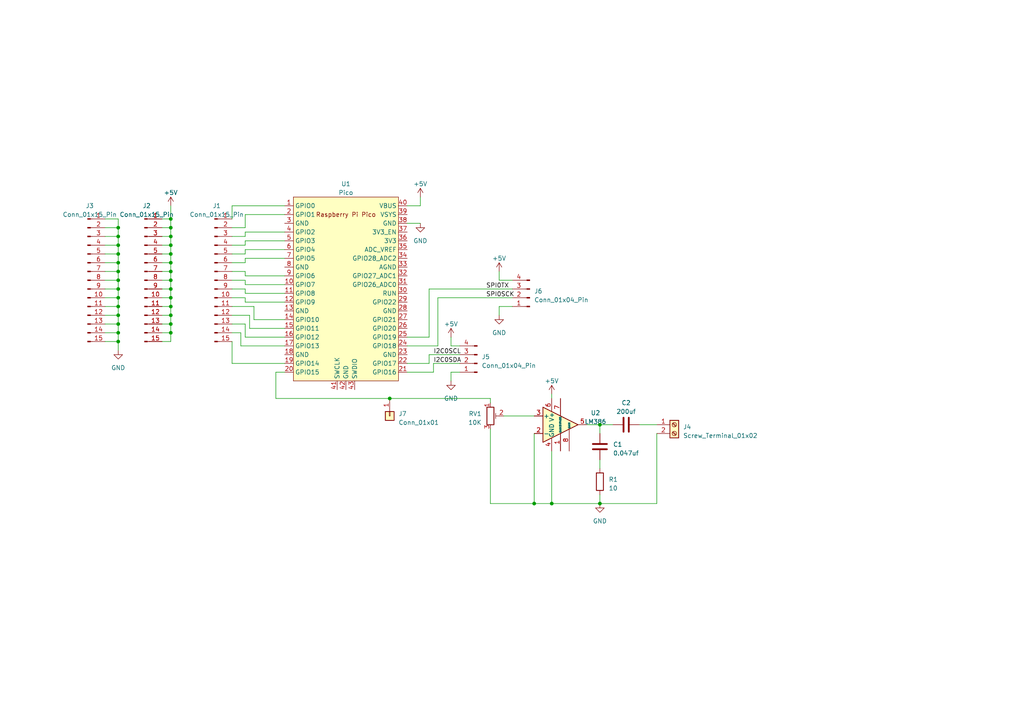
<source format=kicad_sch>
(kicad_sch (version 20230121) (generator eeschema)
  (paper "A4")
  (lib_symbols
    (symbol "Amplifier_Audio:LM386" (pin_names (offset 0.127))
      (property "Reference" "U" (at 1.27 7.62 0))
      (property "Value" "LM386" (at 1.27 5.08 0))
      (symbol "LM386_0_1"
        (polyline (pts (xy 5.08 0) (xy -5.08 5.08) (xy -5.08 -5.08) (xy 5.08 0)) (stroke (width 0.254)) (fill (type background)))
      )
      (symbol "LM386_1_1"
        (pin input line (at 0 -7.62 90) (length 5.08) (name "GAIN") (number "1"))
        (pin input line (at -7.62 -2.54 0) (length 2.54) (name "-") (number "2"))
        (pin input line (at -7.62 2.54 0) (length 2.54) (name "+") (number "3"))
        (pin power_in line (at -2.54 -7.62 90) (length 3.81) (name "GND") (number "4"))
        (pin output line (at 7.62 0 180) (length 2.54) (name "~") (number "5"))
        (pin power_in line (at -2.54 7.62 270) (length 3.81) (name "V+") (number "6"))
        (pin input line (at 0 7.62 270) (length 5.08) (name "BYPASS") (number "7"))
        (pin input line (at 2.54 -7.62 90) (length 6.35) (name "GAIN") (number "8"))
      )
    )
    (symbol "Connector:Conn_01x04_Pin" (pin_names (offset 1.016) hide)
      (property "Reference" "J" (at 0 5.08 0))
      (property "Value" "Conn_01x04_Pin" (at 0 -7.62 0))
      (symbol "Conn_01x04_Pin_1_1"
        (polyline (pts (xy 1.27 -5.08) (xy 0.8636 -5.08)) (stroke (width 0.1524)))
        (polyline (pts (xy 1.27 -2.54) (xy 0.8636 -2.54)) (stroke (width 0.1524)))
        (polyline (pts (xy 1.27 0) (xy 0.8636 0)) (stroke (width 0.1524)))
        (polyline (pts (xy 1.27 2.54) (xy 0.8636 2.54)) (stroke (width 0.1524)))
        (rectangle (start 0.8636 -4.953) (end 0 -5.207) (stroke (width 0.1524)) (fill (type outline)))
        (rectangle (start 0.8636 -2.413) (end 0 -2.667) (stroke (width 0.1524)) (fill (type outline)))
        (rectangle (start 0.8636 0.127) (end 0 -0.127) (stroke (width 0.1524)) (fill (type outline)))
        (rectangle (start 0.8636 2.667) (end 0 2.413) (stroke (width 0.1524)) (fill (type outline)))
        (pin passive line (at 5.08 2.54 180) (length 3.81) (name "Pin_1") (number "1"))
        (pin passive line (at 5.08 0 180) (length 3.81) (name "Pin_2") (number "2"))
        (pin passive line (at 5.08 -2.54 180) (length 3.81) (name "Pin_3") (number "3"))
        (pin passive line (at 5.08 -5.08 180) (length 3.81) (name "Pin_4") (number "4"))
      )
    )
    (symbol "Connector:Conn_01x15_Pin" (pin_names (offset 1.016) hide)
      (property "Reference" "J" (at 0 20.32 0))
      (property "Value" "Conn_01x15_Pin" (at 0 -20.32 0))
      (symbol "Conn_01x15_Pin_1_1"
        (polyline (pts (xy 1.27 -17.78) (xy 0.8636 -17.78)) (stroke (width 0.1524)))
        (polyline (pts (xy 1.27 -15.24) (xy 0.8636 -15.24)) (stroke (width 0.1524)))
        (polyline (pts (xy 1.27 -12.7) (xy 0.8636 -12.7)) (stroke (width 0.1524)))
        (polyline (pts (xy 1.27 -10.16) (xy 0.8636 -10.16)) (stroke (width 0.1524)))
        (polyline (pts (xy 1.27 -7.62) (xy 0.8636 -7.62)) (stroke (width 0.1524)))
        (polyline (pts (xy 1.27 -5.08) (xy 0.8636 -5.08)) (stroke (width 0.1524)))
        (polyline (pts (xy 1.27 -2.54) (xy 0.8636 -2.54)) (stroke (width 0.1524)))
        (polyline (pts (xy 1.27 0) (xy 0.8636 0)) (stroke (width 0.1524)))
        (polyline (pts (xy 1.27 2.54) (xy 0.8636 2.54)) (stroke (width 0.1524)))
        (polyline (pts (xy 1.27 5.08) (xy 0.8636 5.08)) (stroke (width 0.1524)))
        (polyline (pts (xy 1.27 7.62) (xy 0.8636 7.62)) (stroke (width 0.1524)))
        (polyline (pts (xy 1.27 10.16) (xy 0.8636 10.16)) (stroke (width 0.1524)))
        (polyline (pts (xy 1.27 12.7) (xy 0.8636 12.7)) (stroke (width 0.1524)))
        (polyline (pts (xy 1.27 15.24) (xy 0.8636 15.24)) (stroke (width 0.1524)))
        (polyline (pts (xy 1.27 17.78) (xy 0.8636 17.78)) (stroke (width 0.1524)))
        (rectangle (start 0.8636 -17.653) (end 0 -17.907) (stroke (width 0.1524)) (fill (type outline)))
        (rectangle (start 0.8636 -15.113) (end 0 -15.367) (stroke (width 0.1524)) (fill (type outline)))
        (rectangle (start 0.8636 -12.573) (end 0 -12.827) (stroke (width 0.1524)) (fill (type outline)))
        (rectangle (start 0.8636 -10.033) (end 0 -10.287) (stroke (width 0.1524)) (fill (type outline)))
        (rectangle (start 0.8636 -7.493) (end 0 -7.747) (stroke (width 0.1524)) (fill (type outline)))
        (rectangle (start 0.8636 -4.953) (end 0 -5.207) (stroke (width 0.1524)) (fill (type outline)))
        (rectangle (start 0.8636 -2.413) (end 0 -2.667) (stroke (width 0.1524)) (fill (type outline)))
        (rectangle (start 0.8636 0.127) (end 0 -0.127) (stroke (width 0.1524)) (fill (type outline)))
        (rectangle (start 0.8636 2.667) (end 0 2.413) (stroke (width 0.1524)) (fill (type outline)))
        (rectangle (start 0.8636 5.207) (end 0 4.953) (stroke (width 0.1524)) (fill (type outline)))
        (rectangle (start 0.8636 7.747) (end 0 7.493) (stroke (width 0.1524)) (fill (type outline)))
        (rectangle (start 0.8636 10.287) (end 0 10.033) (stroke (width 0.1524)) (fill (type outline)))
        (rectangle (start 0.8636 12.827) (end 0 12.573) (stroke (width 0.1524)) (fill (type outline)))
        (rectangle (start 0.8636 15.367) (end 0 15.113) (stroke (width 0.1524)) (fill (type outline)))
        (rectangle (start 0.8636 17.907) (end 0 17.653) (stroke (width 0.1524)) (fill (type outline)))
        (pin passive line (at 5.08 17.78 180) (length 3.81) (name "Pin_1") (number "1"))
        (pin passive line (at 5.08 -5.08 180) (length 3.81) (name "Pin_10") (number "10"))
        (pin passive line (at 5.08 -7.62 180) (length 3.81) (name "Pin_11") (number "11"))
        (pin passive line (at 5.08 -10.16 180) (length 3.81) (name "Pin_12") (number "12"))
        (pin passive line (at 5.08 -12.7 180) (length 3.81) (name "Pin_13") (number "13"))
        (pin passive line (at 5.08 -15.24 180) (length 3.81) (name "Pin_14") (number "14"))
        (pin passive line (at 5.08 -17.78 180) (length 3.81) (name "Pin_15") (number "15"))
        (pin passive line (at 5.08 15.24 180) (length 3.81) (name "Pin_2") (number "2"))
        (pin passive line (at 5.08 12.7 180) (length 3.81) (name "Pin_3") (number "3"))
        (pin passive line (at 5.08 10.16 180) (length 3.81) (name "Pin_4") (number "4"))
        (pin passive line (at 5.08 7.62 180) (length 3.81) (name "Pin_5") (number "5"))
        (pin passive line (at 5.08 5.08 180) (length 3.81) (name "Pin_6") (number "6"))
        (pin passive line (at 5.08 2.54 180) (length 3.81) (name "Pin_7") (number "7"))
        (pin passive line (at 5.08 0 180) (length 3.81) (name "Pin_8") (number "8"))
        (pin passive line (at 5.08 -2.54 180) (length 3.81) (name "Pin_9") (number "9"))
      )
    )
    (symbol "Connector:Screw_Terminal_01x02" (pin_names (offset 1.016) hide)
      (property "Reference" "J" (at 0 2.54 0))
      (property "Value" "Screw_Terminal_01x02" (at 0 -5.08 0))
      (symbol "Screw_Terminal_01x02_1_1"
        (rectangle (start -1.27 1.27) (end 1.27 -3.81) (stroke (width 0.254)) (fill (type background)))
        (circle (center 0 -2.54) (radius 0.635) (stroke (width 0.1524)))
        (polyline (pts (xy -0.5334 -2.2098) (xy 0.3302 -3.048)) (stroke (width 0.1524)))
        (polyline (pts (xy -0.5334 0.3302) (xy 0.3302 -0.508)) (stroke (width 0.1524)))
        (polyline (pts (xy -0.3556 -2.032) (xy 0.508 -2.8702)) (stroke (width 0.1524)))
        (polyline (pts (xy -0.3556 0.508) (xy 0.508 -0.3302)) (stroke (width 0.1524)))
        (circle (center 0 0) (radius 0.635) (stroke (width 0.1524)))
        (pin passive line (at -5.08 0 0) (length 3.81) (name "Pin_1") (number "1"))
        (pin passive line (at -5.08 -2.54 0) (length 3.81) (name "Pin_2") (number "2"))
      )
    )
    (symbol "Connector_Generic:Conn_01x01" (pin_names (offset 1.016) hide)
      (property "Reference" "J" (at 0 2.54 0))
      (property "Value" "Conn_01x01" (at 0 -2.54 0))
      (symbol "Conn_01x01_1_1"
        (rectangle (start -1.27 0.127) (end 0 -0.127) (stroke (width 0.1524)))
        (rectangle (start -1.27 1.27) (end 1.27 -1.27) (stroke (width 0.254)) (fill (type background)))
        (pin passive line (at -5.08 0 0) (length 3.81) (name "Pin_1") (number "1"))
      )
    )
    (symbol "Device:C" (pin_numbers hide) (pin_names (offset 0.254))
      (property "Reference" "C" (at 0.635 2.54 0))
      (property "Value" "C" (at 0.635 -2.54 0))
      (symbol "C_0_1"
        (polyline (pts (xy -2.032 -0.762) (xy 2.032 -0.762)) (stroke (width 0.508)))
        (polyline (pts (xy -2.032 0.762) (xy 2.032 0.762)) (stroke (width 0.508)))
      )
      (symbol "C_1_1"
        (pin passive line (at 0 3.81 270) (length 2.794) (name "~") (number "1"))
        (pin passive line (at 0 -3.81 90) (length 2.794) (name "~") (number "2"))
      )
    )
    (symbol "Device:R" (pin_numbers hide) (pin_names (offset 0))
      (property "Reference" "R" (at 2.032 0 90))
      (property "Value" "R" (at 0 0 90))
      (symbol "R_0_1"
        (rectangle (start -1.016 -2.54) (end 1.016 2.54) (stroke (width 0.254)))
      )
      (symbol "R_1_1"
        (pin passive line (at 0 3.81 270) (length 1.27) (name "~") (number "1"))
        (pin passive line (at 0 -3.81 90) (length 1.27) (name "~") (number "2"))
      )
    )
    (symbol "Device:R_Potentiometer_Trim" (pin_names (offset 1.016) hide)
      (property "Reference" "RV" (at -4.445 0 90))
      (property "Value" "R_Potentiometer_Trim" (at -2.54 0 90))
      (symbol "R_Potentiometer_Trim_0_1"
        (polyline (pts (xy 1.524 0.762) (xy 1.524 -0.762)))
        (polyline (pts (xy 2.54 0) (xy 1.524 0)))
        (rectangle (start 1.016 2.54) (end -1.016 -2.54) (stroke (width 0.254)))
      )
      (symbol "R_Potentiometer_Trim_1_1"
        (pin passive line (at 0 3.81 270) (length 1.27) (name "1") (number "1"))
        (pin passive line (at 3.81 0 180) (length 1.27) (name "2") (number "2"))
        (pin passive line (at 0 -3.81 90) (length 1.27) (name "3") (number "3"))
      )
    )
    (symbol "MCU_RaspberryPi_and_Boards:Pico"
      (property "Reference" "U" (at -13.97 27.94 0))
      (property "Value" "Pico" (at 0 19.05 0))
      (symbol "Pico_0_0"
        (text "Raspberry Pi Pico" (at 0 21.59 0) (effects (font (size 1.27 1.27))))
      )
      (symbol "Pico_0_1"
        (rectangle (start -15.24 26.67) (end 15.24 -26.67) (fill (type background)))
      )
      (symbol "Pico_1_1"
        (pin bidirectional line (at -17.78 24.13 0) (length 2.54) (name "GPIO0") (number "1"))
        (pin bidirectional line (at -17.78 1.27 0) (length 2.54) (name "GPIO7") (number "10"))
        (pin bidirectional line (at -17.78 -1.27 0) (length 2.54) (name "GPIO8") (number "11"))
        (pin bidirectional line (at -17.78 -3.81 0) (length 2.54) (name "GPIO9") (number "12"))
        (pin power_in line (at -17.78 -6.35 0) (length 2.54) (name "GND") (number "13"))
        (pin bidirectional line (at -17.78 -8.89 0) (length 2.54) (name "GPIO10") (number "14"))
        (pin bidirectional line (at -17.78 -11.43 0) (length 2.54) (name "GPIO11") (number "15"))
        (pin bidirectional line (at -17.78 -13.97 0) (length 2.54) (name "GPIO12") (number "16"))
        (pin bidirectional line (at -17.78 -16.51 0) (length 2.54) (name "GPIO13") (number "17"))
        (pin power_in line (at -17.78 -19.05 0) (length 2.54) (name "GND") (number "18"))
        (pin bidirectional line (at -17.78 -21.59 0) (length 2.54) (name "GPIO14") (number "19"))
        (pin bidirectional line (at -17.78 21.59 0) (length 2.54) (name "GPIO1") (number "2"))
        (pin bidirectional line (at -17.78 -24.13 0) (length 2.54) (name "GPIO15") (number "20"))
        (pin bidirectional line (at 17.78 -24.13 180) (length 2.54) (name "GPIO16") (number "21"))
        (pin bidirectional line (at 17.78 -21.59 180) (length 2.54) (name "GPIO17") (number "22"))
        (pin power_in line (at 17.78 -19.05 180) (length 2.54) (name "GND") (number "23"))
        (pin bidirectional line (at 17.78 -16.51 180) (length 2.54) (name "GPIO18") (number "24"))
        (pin bidirectional line (at 17.78 -13.97 180) (length 2.54) (name "GPIO19") (number "25"))
        (pin bidirectional line (at 17.78 -11.43 180) (length 2.54) (name "GPIO20") (number "26"))
        (pin bidirectional line (at 17.78 -8.89 180) (length 2.54) (name "GPIO21") (number "27"))
        (pin power_in line (at 17.78 -6.35 180) (length 2.54) (name "GND") (number "28"))
        (pin bidirectional line (at 17.78 -3.81 180) (length 2.54) (name "GPIO22") (number "29"))
        (pin power_in line (at -17.78 19.05 0) (length 2.54) (name "GND") (number "3"))
        (pin input line (at 17.78 -1.27 180) (length 2.54) (name "RUN") (number "30"))
        (pin bidirectional line (at 17.78 1.27 180) (length 2.54) (name "GPIO26_ADC0") (number "31"))
        (pin bidirectional line (at 17.78 3.81 180) (length 2.54) (name "GPIO27_ADC1") (number "32"))
        (pin power_in line (at 17.78 6.35 180) (length 2.54) (name "AGND") (number "33"))
        (pin bidirectional line (at 17.78 8.89 180) (length 2.54) (name "GPIO28_ADC2") (number "34"))
        (pin power_in line (at 17.78 11.43 180) (length 2.54) (name "ADC_VREF") (number "35"))
        (pin power_in line (at 17.78 13.97 180) (length 2.54) (name "3V3") (number "36"))
        (pin input line (at 17.78 16.51 180) (length 2.54) (name "3V3_EN") (number "37"))
        (pin bidirectional line (at 17.78 19.05 180) (length 2.54) (name "GND") (number "38"))
        (pin power_in line (at 17.78 21.59 180) (length 2.54) (name "VSYS") (number "39"))
        (pin bidirectional line (at -17.78 16.51 0) (length 2.54) (name "GPIO2") (number "4"))
        (pin power_in line (at 17.78 24.13 180) (length 2.54) (name "VBUS") (number "40"))
        (pin input line (at -2.54 -29.21 90) (length 2.54) (name "SWCLK") (number "41"))
        (pin power_in line (at 0 -29.21 90) (length 2.54) (name "GND") (number "42"))
        (pin bidirectional line (at 2.54 -29.21 90) (length 2.54) (name "SWDIO") (number "43"))
        (pin bidirectional line (at -17.78 13.97 0) (length 2.54) (name "GPIO3") (number "5"))
        (pin bidirectional line (at -17.78 11.43 0) (length 2.54) (name "GPIO4") (number "6"))
        (pin bidirectional line (at -17.78 8.89 0) (length 2.54) (name "GPIO5") (number "7"))
        (pin power_in line (at -17.78 6.35 0) (length 2.54) (name "GND") (number "8"))
        (pin bidirectional line (at -17.78 3.81 0) (length 2.54) (name "GPIO6") (number "9"))
      )
    )
    (symbol "power:+5V" (power) (pin_names (offset 0))
      (property "Value" "+5V" (at 0 3.556 0))
      (symbol "+5V_0_1"
        (polyline (pts (xy -0.762 1.27) (xy 0 2.54)))
        (polyline (pts (xy 0 0) (xy 0 2.54)))
        (polyline (pts (xy 0 2.54) (xy 0.762 1.27)))
      )
      (symbol "+5V_1_1"
        (pin power_in line (at 0 0 90) (length 0) hide (name "+5V") (number "1"))
      )
    )
    (symbol "power:GND" (power) (pin_names (offset 0))
      (property "Value" "GND" (at 0 -3.81 0))
      (symbol "GND_0_1"
        (polyline (pts (xy 0 0) (xy 0 -1.27) (xy 1.27 -1.27) (xy 0 -2.54) (xy -1.27 -1.27) (xy 0 -1.27)))
      )
      (symbol "GND_1_1"
        (pin power_in line (at 0 0 270) (length 0) hide (name "GND") (number "1"))
      )
    )
  )
  (junction (at 49.53 91.44))
  (junction (at 49.53 96.52))
  (junction (at 34.29 73.66))
  (junction (at 173.99 146.05))
  (junction (at 49.53 83.82))
  (junction (at 49.53 73.66))
  (junction (at 34.29 88.9))
  (junction (at 34.29 91.44))
  (junction (at 49.53 78.74))
  (junction (at 34.29 66.04))
  (junction (at 160.02 146.05))
  (junction (at 34.29 83.82))
  (junction (at 154.94 146.05))
  (junction (at 34.29 96.52))
  (junction (at 49.53 88.9))
  (junction (at 34.29 99.06))
  (junction (at 49.53 63.5))
  (junction (at 49.53 76.2))
  (junction (at 49.53 66.04))
  (junction (at 34.29 71.12))
  (junction (at 173.99 123.19))
  (junction (at 34.29 93.98))
  (junction (at 49.53 68.58))
  (junction (at 113.03 115.57))
  (junction (at 49.53 86.36))
  (junction (at 49.53 93.98))
  (junction (at 49.53 71.12))
  (junction (at 34.29 86.36))
  (junction (at 34.29 78.74))
  (junction (at 34.29 81.28))
  (junction (at 34.29 68.58))
  (junction (at 49.53 81.28))
  (junction (at 34.29 76.2))
  (wire (pts (xy 173.99 146.05) (xy 173.99 143.51)))
  (wire (pts (xy 34.29 99.06) (xy 34.29 96.52)))
  (wire (pts (xy 69.85 100.33) (xy 82.55 100.33)))
  (wire (pts (xy 49.53 63.5) (xy 49.53 66.04)))
  (wire (pts (xy 127 86.36) (xy 148.59 86.36)))
  (wire (pts (xy 34.29 63.5) (xy 30.48 63.5)))
  (wire (pts (xy 67.31 96.52) (xy 69.85 96.52)))
  (wire (pts (xy 71.12 86.36) (xy 71.12 87.63)))
  (wire (pts (xy 34.29 81.28) (xy 34.29 78.74)))
  (wire (pts (xy 34.29 83.82) (xy 34.29 81.28)))
  (wire (pts (xy 34.29 78.74) (xy 34.29 76.2)))
  (wire (pts (xy 30.48 66.04) (xy 34.29 66.04)))
  (wire (pts (xy 30.48 76.2) (xy 34.29 76.2)))
  (wire (pts (xy 124.46 97.79) (xy 124.46 83.82)))
  (wire (pts (xy 49.53 99.06) (xy 46.99 99.06)))
  (wire (pts (xy 49.53 78.74) (xy 49.53 81.28)))
  (wire (pts (xy 46.99 63.5) (xy 49.53 63.5)))
  (wire (pts (xy 34.29 73.66) (xy 34.29 71.12)))
  (wire (pts (xy 154.94 125.73) (xy 154.94 146.05)))
  (wire (pts (xy 160.02 114.3) (xy 160.02 115.57)))
  (wire (pts (xy 69.85 96.52) (xy 69.85 100.33)))
  (wire (pts (xy 71.12 67.31) (xy 82.55 67.31)))
  (wire (pts (xy 30.48 68.58) (xy 34.29 68.58)))
  (wire (pts (xy 30.48 96.52) (xy 34.29 96.52)))
  (wire (pts (xy 154.94 146.05) (xy 160.02 146.05)))
  (wire (pts (xy 173.99 123.19) (xy 177.8 123.19)))
  (wire (pts (xy 49.53 66.04) (xy 49.53 68.58)))
  (wire (pts (xy 71.12 97.79) (xy 82.55 97.79)))
  (wire (pts (xy 46.99 93.98) (xy 49.53 93.98)))
  (wire (pts (xy 67.31 81.28) (xy 71.12 81.28)))
  (wire (pts (xy 34.29 71.12) (xy 34.29 68.58)))
  (wire (pts (xy 34.29 88.9) (xy 34.29 86.36)))
  (wire (pts (xy 146.05 120.65) (xy 154.94 120.65)))
  (wire (pts (xy 67.31 76.2) (xy 71.12 76.2)))
  (wire (pts (xy 127 100.33) (xy 127 86.36)))
  (wire (pts (xy 130.81 97.79) (xy 130.81 100.33)))
  (wire (pts (xy 67.31 78.74) (xy 71.12 78.74)))
  (wire (pts (xy 71.12 69.85) (xy 82.55 69.85)))
  (wire (pts (xy 34.29 86.36) (xy 34.29 83.82)))
  (wire (pts (xy 71.12 78.74) (xy 71.12 80.01)))
  (wire (pts (xy 118.11 59.69) (xy 121.92 59.69)))
  (wire (pts (xy 46.99 66.04) (xy 49.53 66.04)))
  (wire (pts (xy 73.66 92.71) (xy 82.55 92.71)))
  (wire (pts (xy 142.24 124.46) (xy 142.24 146.05)))
  (wire (pts (xy 30.48 88.9) (xy 34.29 88.9)))
  (wire (pts (xy 49.53 93.98) (xy 49.53 96.52)))
  (wire (pts (xy 113.03 115.57) (xy 142.24 115.57)))
  (wire (pts (xy 49.53 88.9) (xy 49.53 91.44)))
  (wire (pts (xy 49.53 73.66) (xy 49.53 76.2)))
  (wire (pts (xy 49.53 59.69) (xy 49.53 63.5)))
  (wire (pts (xy 46.99 71.12) (xy 49.53 71.12)))
  (wire (pts (xy 49.53 91.44) (xy 49.53 93.98)))
  (wire (pts (xy 67.31 88.9) (xy 73.66 88.9)))
  (wire (pts (xy 71.12 82.55) (xy 82.55 82.55)))
  (wire (pts (xy 34.29 99.06) (xy 34.29 101.6)))
  (wire (pts (xy 144.78 78.74) (xy 144.78 81.28)))
  (wire (pts (xy 72.39 91.44) (xy 72.39 95.25)))
  (wire (pts (xy 71.12 73.66) (xy 71.12 72.39)))
  (wire (pts (xy 67.31 59.69) (xy 82.55 59.69)))
  (wire (pts (xy 71.12 76.2) (xy 71.12 74.93)))
  (wire (pts (xy 71.12 80.01) (xy 82.55 80.01)))
  (wire (pts (xy 190.5 146.05) (xy 190.5 125.73)))
  (wire (pts (xy 34.29 91.44) (xy 34.29 88.9)))
  (wire (pts (xy 67.31 73.66) (xy 71.12 73.66)))
  (wire (pts (xy 124.46 102.87) (xy 133.35 102.87)))
  (wire (pts (xy 173.99 123.19) (xy 173.99 125.73)))
  (wire (pts (xy 73.66 88.9) (xy 73.66 92.71)))
  (wire (pts (xy 71.12 71.12) (xy 71.12 69.85)))
  (wire (pts (xy 67.31 66.04) (xy 71.12 66.04)))
  (wire (pts (xy 170.18 123.19) (xy 173.99 123.19)))
  (wire (pts (xy 46.99 78.74) (xy 49.53 78.74)))
  (wire (pts (xy 46.99 96.52) (xy 49.53 96.52)))
  (wire (pts (xy 67.31 71.12) (xy 71.12 71.12)))
  (wire (pts (xy 130.81 110.49) (xy 130.81 107.95)))
  (wire (pts (xy 144.78 91.44) (xy 144.78 88.9)))
  (wire (pts (xy 30.48 99.06) (xy 34.29 99.06)))
  (wire (pts (xy 49.53 86.36) (xy 49.53 88.9)))
  (wire (pts (xy 118.11 100.33) (xy 127 100.33)))
  (wire (pts (xy 72.39 95.25) (xy 82.55 95.25)))
  (wire (pts (xy 121.92 59.69) (xy 121.92 57.15)))
  (wire (pts (xy 71.12 72.39) (xy 82.55 72.39)))
  (wire (pts (xy 124.46 83.82) (xy 148.59 83.82)))
  (wire (pts (xy 80.01 115.57) (xy 113.03 115.57)))
  (wire (pts (xy 71.12 62.23) (xy 82.55 62.23)))
  (wire (pts (xy 67.31 99.06) (xy 67.31 105.41)))
  (wire (pts (xy 125.73 107.95) (xy 125.73 105.41)))
  (wire (pts (xy 71.12 81.28) (xy 71.12 82.55)))
  (wire (pts (xy 185.42 123.19) (xy 190.5 123.19)))
  (wire (pts (xy 46.99 81.28) (xy 49.53 81.28)))
  (wire (pts (xy 160.02 146.05) (xy 173.99 146.05)))
  (wire (pts (xy 30.48 78.74) (xy 34.29 78.74)))
  (wire (pts (xy 30.48 81.28) (xy 34.29 81.28)))
  (wire (pts (xy 30.48 91.44) (xy 34.29 91.44)))
  (wire (pts (xy 80.01 107.95) (xy 80.01 115.57)))
  (wire (pts (xy 30.48 83.82) (xy 34.29 83.82)))
  (wire (pts (xy 118.11 105.41) (xy 124.46 105.41)))
  (wire (pts (xy 71.12 93.98) (xy 71.12 97.79)))
  (wire (pts (xy 130.81 100.33) (xy 133.35 100.33)))
  (wire (pts (xy 160.02 130.81) (xy 160.02 146.05)))
  (wire (pts (xy 118.11 97.79) (xy 124.46 97.79)))
  (wire (pts (xy 34.29 66.04) (xy 34.29 63.5)))
  (wire (pts (xy 34.29 96.52) (xy 34.29 93.98)))
  (wire (pts (xy 49.53 68.58) (xy 49.53 71.12)))
  (wire (pts (xy 118.11 64.77) (xy 121.92 64.77)))
  (wire (pts (xy 46.99 88.9) (xy 49.53 88.9)))
  (wire (pts (xy 46.99 73.66) (xy 49.53 73.66)))
  (wire (pts (xy 34.29 76.2) (xy 34.29 73.66)))
  (wire (pts (xy 71.12 66.04) (xy 71.12 62.23)))
  (wire (pts (xy 49.53 71.12) (xy 49.53 73.66)))
  (wire (pts (xy 71.12 83.82) (xy 71.12 85.09)))
  (wire (pts (xy 173.99 133.35) (xy 173.99 135.89)))
  (wire (pts (xy 30.48 71.12) (xy 34.29 71.12)))
  (wire (pts (xy 34.29 68.58) (xy 34.29 66.04)))
  (wire (pts (xy 46.99 86.36) (xy 49.53 86.36)))
  (wire (pts (xy 130.81 107.95) (xy 133.35 107.95)))
  (wire (pts (xy 144.78 81.28) (xy 148.59 81.28)))
  (wire (pts (xy 30.48 73.66) (xy 34.29 73.66)))
  (wire (pts (xy 49.53 81.28) (xy 49.53 83.82)))
  (wire (pts (xy 67.31 93.98) (xy 71.12 93.98)))
  (wire (pts (xy 142.24 146.05) (xy 154.94 146.05)))
  (wire (pts (xy 67.31 86.36) (xy 71.12 86.36)))
  (wire (pts (xy 67.31 68.58) (xy 71.12 68.58)))
  (wire (pts (xy 30.48 86.36) (xy 34.29 86.36)))
  (wire (pts (xy 49.53 83.82) (xy 49.53 86.36)))
  (wire (pts (xy 67.31 83.82) (xy 71.12 83.82)))
  (wire (pts (xy 118.11 107.95) (xy 125.73 107.95)))
  (wire (pts (xy 49.53 76.2) (xy 49.53 78.74)))
  (wire (pts (xy 124.46 105.41) (xy 124.46 102.87)))
  (wire (pts (xy 144.78 88.9) (xy 148.59 88.9)))
  (wire (pts (xy 71.12 87.63) (xy 82.55 87.63)))
  (wire (pts (xy 46.99 76.2) (xy 49.53 76.2)))
  (wire (pts (xy 142.24 115.57) (xy 142.24 116.84)))
  (wire (pts (xy 67.31 105.41) (xy 82.55 105.41)))
  (wire (pts (xy 34.29 93.98) (xy 34.29 91.44)))
  (wire (pts (xy 49.53 96.52) (xy 49.53 99.06)))
  (wire (pts (xy 82.55 107.95) (xy 80.01 107.95)))
  (wire (pts (xy 46.99 83.82) (xy 49.53 83.82)))
  (wire (pts (xy 173.99 146.05) (xy 190.5 146.05)))
  (wire (pts (xy 46.99 91.44) (xy 49.53 91.44)))
  (wire (pts (xy 71.12 68.58) (xy 71.12 67.31)))
  (wire (pts (xy 71.12 85.09) (xy 82.55 85.09)))
  (wire (pts (xy 46.99 68.58) (xy 49.53 68.58)))
  (wire (pts (xy 30.48 93.98) (xy 34.29 93.98)))
  (wire (pts (xy 67.31 63.5) (xy 67.31 59.69)))
  (wire (pts (xy 71.12 74.93) (xy 82.55 74.93)))
  (wire (pts (xy 125.73 105.41) (xy 133.35 105.41)))
  (wire (pts (xy 67.31 91.44) (xy 72.39 91.44)))
  (label "SPI0SCK" (at 140.97 86.36 0))
  (label "I2C0SCL" (at 125.73 102.87 0))
  (label "SPI0TX" (at 140.97 83.82 0))
  (label "I2C0SDA" (at 125.73 105.41 0))
  (symbol (lib_id "MCU_RaspberryPi_and_Boards:Pico") (at 100.33 83.82 0) (unit 1)
    (property "Reference" "U1" (at 100.33 53.34 0))
    (property "Value" "Pico" (at 100.33 55.88 0))
    (property "Footprint" "MCU_RaspberryPi_and_Boards:RPi_Pico_SMD_TH" (effects hide))
  )
  (symbol (lib_id "power:GND") (at 144.78 91.44 0) (unit 1)
    (property "Reference" "#PWR07" (effects hide))
    (property "Value" "GND" (at 144.78 96.52 0))
  )
  (symbol (lib_id "Connector:Conn_01x04_Pin") (at 138.43 105.41 180) (unit 1)
    (property "Reference" "J5" (at 139.7 103.505 0) (effects (justify right)))
    (property "Value" "Conn_01x04_Pin" (at 139.7 106.045 0) (effects (justify right)))
    (property "Footprint" "Connector_PinHeader_2.54mm:PinHeader_1x04_P2.54mm_Vertical" (effects hide))
  )
  (symbol (lib_id "Amplifier_Audio:LM386") (at 162.56 123.19 0) (unit 1)
    (property "Reference" "U2" (at 172.72 119.7611 0))
    (property "Value" "LM386" (at 172.72 122.3011 0))
    (property "Footprint" "Package_DIP:DIP-8_W7.62mm_LongPads" (effects hide))
    (property "Datasheet" "http://www.ti.com/lit/ds/symlink/lm386.pdf" (effects hide))
  )
  (symbol (lib_id "power:GND") (at 130.81 110.49 0) (unit 1)
    (property "Reference" "#PWR06" (effects hide))
    (property "Value" "GND" (at 130.81 115.57 0))
  )
  (symbol (lib_id "Connector_Generic:Conn_01x01") (at 113.03 120.65 270) (unit 1)
    (property "Reference" "J7" (at 115.57 120.015 90) (effects (justify left)))
    (property "Value" "Conn_01x01" (at 115.57 122.555 90) (effects (justify left)))
    (property "Footprint" "Connector_PinHeader_2.54mm:PinHeader_1x01_P2.54mm_Vertical" (effects hide))
  )
  (symbol (lib_id "power:+5V") (at 130.81 97.79 0) (unit 1)
    (property "Reference" "#PWR05" (effects hide))
    (property "Value" "+5V" (at 130.81 93.98 0))
  )
  (symbol (lib_id "Connector:Screw_Terminal_01x02") (at 195.58 123.19 0) (unit 1)
    (property "Reference" "J4" (at 198.12 123.825 0) (effects (justify left)))
    (property "Value" "Screw_Terminal_01x02" (at 198.12 126.365 0) (effects (justify left)))
    (property "Footprint" "TerminalBlock_RND:TerminalBlock_RND_205-00001_1x02_P5.00mm_Horizontal" (effects hide))
  )
  (symbol (lib_id "Device:C") (at 173.99 129.54 0) (unit 1)
    (property "Reference" "C1" (at 177.8 128.905 0) (effects (justify left)))
    (property "Value" "0.047uf" (at 177.8 131.445 0) (effects (justify left)))
  )
  (symbol (lib_id "Device:C") (at 181.61 123.19 90) (unit 1)
    (property "Reference" "C2" (at 181.61 116.84 90))
    (property "Value" "200uf" (at 181.61 119.38 90))
  )
  (symbol (lib_id "power:+5V") (at 144.78 78.74 0) (unit 1)
    (property "Reference" "#PWR08" (effects hide))
    (property "Value" "+5V" (at 144.78 74.93 0))
  )
  (symbol (lib_id "power:GND") (at 173.99 146.05 0) (unit 1)
    (property "Reference" "#PWR03" (effects hide))
    (property "Value" "GND" (at 173.99 151.13 0))
  )
  (symbol (lib_id "power:GND") (at 121.92 64.77 0) (unit 1)
    (property "Reference" "#PWR010" (effects hide))
    (property "Value" "GND" (at 121.92 69.85 0))
  )
  (symbol (lib_id "Connector:Conn_01x15_Pin") (at 62.23 81.28 0) (unit 1)
    (property "Reference" "J1" (at 62.865 59.69 0))
    (property "Value" "Conn_01x15_Pin" (at 62.865 62.23 0))
    (property "Footprint" "Connector_PinHeader_2.54mm:PinHeader_1x15_P2.54mm_Vertical" (effects hide))
  )
  (symbol (lib_id "Device:R_Potentiometer_Trim") (at 142.24 120.65 0) (unit 1)
    (property "Reference" "RV1" (at 139.7 120.015 0) (effects (justify right)))
    (property "Value" "10K" (at 139.7 122.555 0) (effects (justify right)))
  )
  (symbol (lib_id "Connector:Conn_01x15_Pin") (at 41.91 81.28 0) (unit 1)
    (property "Reference" "J2" (at 42.545 59.69 0))
    (property "Value" "Conn_01x15_Pin" (at 42.545 62.23 0))
    (property "Footprint" "Connector_PinHeader_2.54mm:PinHeader_1x15_P2.54mm_Vertical" (effects hide))
  )
  (symbol (lib_id "power:+5V") (at 160.02 114.3 0) (unit 1)
    (property "Reference" "#PWR04" (effects hide))
    (property "Value" "+5V" (at 160.02 110.49 0))
  )
  (symbol (lib_id "Device:R") (at 173.99 139.7 0) (unit 1)
    (property "Reference" "R1" (at 176.53 139.065 0) (effects (justify left)))
    (property "Value" "10" (at 176.53 141.605 0) (effects (justify left)))
    (property "Footprint" "Resistor_THT:R_Axial_DIN0204_L3.6mm_D1.6mm_P2.54mm_Vertical" (effects hide))
  )
  (symbol (lib_id "power:+5V") (at 121.92 57.15 0) (unit 1)
    (property "Reference" "#PWR09" (effects hide))
    (property "Value" "+5V" (at 121.92 53.34 0))
  )
  (symbol (lib_id "power:+5V") (at 49.53 59.69 0) (unit 1)
    (property "Reference" "#PWR01" (effects hide))
    (property "Value" "+5V" (at 49.53 55.88 0))
  )
  (symbol (lib_id "Connector:Conn_01x15_Pin") (at 25.4 81.28 0) (unit 1)
    (property "Reference" "J3" (at 26.035 59.69 0))
    (property "Value" "Conn_01x15_Pin" (at 26.035 62.23 0))
    (property "Footprint" "Connector_PinHeader_2.54mm:PinHeader_1x15_P2.54mm_Vertical" (effects hide))
  )
  (symbol (lib_id "power:GND") (at 34.29 101.6 0) (unit 1)
    (property "Reference" "#PWR02" (effects hide))
    (property "Value" "GND" (at 34.29 106.68 0))
  )
  (symbol (lib_id "Connector:Conn_01x04_Pin") (at 153.67 86.36 180) (unit 1)
    (property "Reference" "J6" (at 154.94 84.455 0) (effects (justify right)))
    (property "Value" "Conn_01x04_Pin" (at 154.94 86.995 0) (effects (justify right)))
    (property "Footprint" "Connector_PinHeader_2.54mm:PinHeader_1x04_P2.54mm_Vertical" (effects hide))
  )
)
</source>
